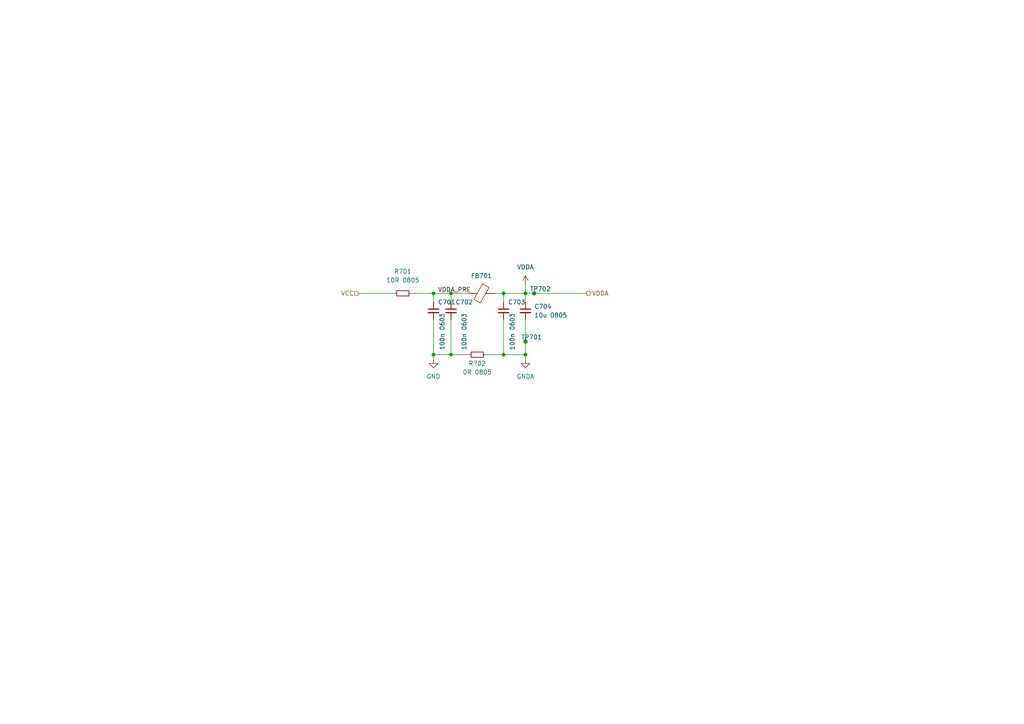
<source format=kicad_sch>
(kicad_sch (version 20211123) (generator eeschema)
  (paper "A4")
  (lib_symbols
    (symbol "Connector:TestPoint_Small" (pin_numbers hide) (pin_names (offset 0.762) hide)
      (property "Reference" "TP" (at 0 3.81 0))
      (property "Value" "TestPoint_Small" (at 0 2.032 0))
      (symbol "TestPoint_Small_0_1"
        (circle (center 0 0) (radius 0.508))
      )
      (symbol "TestPoint_Small_1_1"
        (pin passive line (at 0 0 90) (length 0) (name "1") (number "1"))
      )
    )
    (symbol "Device:C_Small" (pin_numbers hide) (pin_names (offset 0.254) hide)
      (property "Reference" "C" (at 0.254 1.778 0))
      (property "Value" "C_Small" (at 0.254 -2.032 0))
      (symbol "C_Small_0_1"
        (polyline (pts (xy -1.524 -0.508) (xy 1.524 -0.508)) (stroke (width 0.3302)))
        (polyline (pts (xy -1.524 0.508) (xy 1.524 0.508)) (stroke (width 0.3048)))
      )
      (symbol "C_Small_1_1"
        (pin passive line (at 0 2.54 270) (length 2.032) (name "~") (number "1"))
        (pin passive line (at 0 -2.54 90) (length 2.032) (name "~") (number "2"))
      )
    )
    (symbol "Device:FerriteBead" (pin_numbers hide) (pin_names (offset 0))
      (property "Reference" "FB" (at -3.81 0.635 90))
      (property "Value" "FerriteBead" (at 3.81 0 90))
      (symbol "FerriteBead_0_1"
        (polyline (pts (xy 0 -1.27) (xy 0 -1.2192)))
        (polyline (pts (xy 0 1.27) (xy 0 1.2954)))
        (polyline (pts (xy -2.7686 0.4064) (xy -1.7018 2.2606) (xy 2.7686 -0.3048) (xy 1.6764 -2.159) (xy -2.7686 0.4064)))
      )
      (symbol "FerriteBead_1_1"
        (pin passive line (at 0 3.81 270) (length 2.54) (name "~") (number "1"))
        (pin passive line (at 0 -3.81 90) (length 2.54) (name "~") (number "2"))
      )
    )
    (symbol "Device:R_Small" (pin_numbers hide) (pin_names (offset 0.254) hide)
      (property "Reference" "R" (at 0.762 0.508 0))
      (property "Value" "R_Small" (at 0.762 -1.016 0))
      (symbol "R_Small_0_1"
        (rectangle (start -0.762 1.778) (end 0.762 -1.778) (stroke (width 0.2032)))
      )
      (symbol "R_Small_1_1"
        (pin passive line (at 0 2.54 270) (length 0.762) (name "~") (number "1"))
        (pin passive line (at 0 -2.54 90) (length 0.762) (name "~") (number "2"))
      )
    )
    (symbol "power:GND" (power) (pin_names (offset 0))
      (property "Value" "GND" (at 0 -3.81 0))
      (symbol "GND_0_1"
        (polyline (pts (xy 0 0) (xy 0 -1.27) (xy 1.27 -1.27) (xy 0 -2.54) (xy -1.27 -1.27) (xy 0 -1.27)))
      )
      (symbol "GND_1_1"
        (pin power_in line (at 0 0 270) (length 0) hide (name "GND") (number "1"))
      )
    )
    (symbol "power:GNDA" (power) (pin_names (offset 0))
      (property "Value" "GNDA" (at 0 -3.81 0))
      (symbol "GNDA_0_1"
        (polyline (pts (xy 0 0) (xy 0 -1.27) (xy 1.27 -1.27) (xy 0 -2.54) (xy -1.27 -1.27) (xy 0 -1.27)))
      )
      (symbol "GNDA_1_1"
        (pin power_in line (at 0 0 270) (length 0) hide (name "GNDA") (number "1"))
      )
    )
    (symbol "power:VDDA" (power) (pin_names (offset 0))
      (property "Value" "VDDA" (at 0 3.81 0))
      (symbol "VDDA_0_1"
        (polyline (pts (xy -0.762 1.27) (xy 0 2.54)))
        (polyline (pts (xy 0 0) (xy 0 2.54)))
        (polyline (pts (xy 0 2.54) (xy 0.762 1.27)))
      )
      (symbol "VDDA_1_1"
        (pin power_in line (at 0 0 90) (length 0) hide (name "VDDA") (number "1"))
      )
    )
  )
  (junction (at 146.05 102.87))
  (junction (at 130.81 85.09))
  (junction (at 125.73 102.87))
  (junction (at 154.94 85.09))
  (junction (at 152.4 102.87))
  (junction (at 152.4 85.09))
  (junction (at 125.73 85.09))
  (junction (at 146.05 85.09))
  (junction (at 152.4 99.06))
  (junction (at 130.81 102.87))
  (wire (pts (xy 152.4 85.09) (xy 154.94 85.09)))
  (wire (pts (xy 130.81 102.87) (xy 125.73 102.87)))
  (wire (pts (xy 125.73 102.87) (xy 125.73 104.14)))
  (wire (pts (xy 152.4 102.87) (xy 152.4 104.14)))
  (wire (pts (xy 152.4 92.71) (xy 152.4 99.06)))
  (wire (pts (xy 143.51 85.09) (xy 146.05 85.09)))
  (wire (pts (xy 146.05 85.09) (xy 152.4 85.09)))
  (wire (pts (xy 146.05 85.09) (xy 146.05 87.63)))
  (wire (pts (xy 152.4 82.55) (xy 152.4 85.09)))
  (wire (pts (xy 125.73 85.09) (xy 130.81 85.09)))
  (wire (pts (xy 130.81 102.87) (xy 135.89 102.87)))
  (wire (pts (xy 125.73 85.09) (xy 125.73 87.63)))
  (wire (pts (xy 152.4 99.06) (xy 152.4 102.87)))
  (wire (pts (xy 130.81 92.71) (xy 130.81 102.87)))
  (wire (pts (xy 146.05 102.87) (xy 152.4 102.87)))
  (wire (pts (xy 154.94 85.09) (xy 170.18 85.09)))
  (wire (pts (xy 140.97 102.87) (xy 146.05 102.87)))
  (wire (pts (xy 119.38 85.09) (xy 125.73 85.09)))
  (wire (pts (xy 130.81 87.63) (xy 130.81 85.09)))
  (wire (pts (xy 152.4 87.63) (xy 152.4 85.09)))
  (wire (pts (xy 104.14 85.09) (xy 114.3 85.09)))
  (wire (pts (xy 146.05 92.71) (xy 146.05 102.87)))
  (wire (pts (xy 125.73 92.71) (xy 125.73 102.87)))
  (wire (pts (xy 130.81 85.09) (xy 135.89 85.09)))
  (label "VDDA_PRE" (at 127 85.09 0))
  (hierarchical_label "VDDA" (shape output) (at 170.18 85.09 0))
  (hierarchical_label "VCC" (shape input) (at 104.14 85.09 180))
  (symbol (lib_id "Device:C_Small") (at 125.73 90.17 0) (unit 1)
    (property "Reference" "C701" (at 127 87.63 0) (effects (justify left)))
    (property "Value" "100n 0603" (at 128.27 101.6 90) (effects (justify left)))
    (property "Footprint" "Capacitor_SMD:C_0201_0603Metric" (effects hide))
    (property "JLC_REF" "C14663" (effects hide))
    (property "JLC_PRICE" "0.0021" (effects hide))
  )
  (symbol (lib_id "Device:C_Small") (at 146.05 90.17 0) (unit 1)
    (property "Reference" "C703" (at 147.32 87.63 0) (effects (justify left)))
    (property "Value" "100n 0603" (at 148.59 101.6 90) (effects (justify left)))
    (property "Footprint" "Capacitor_SMD:C_0201_0603Metric" (effects hide))
    (property "JLC_REF" "C14663" (effects hide))
    (property "JLC_PRICE" "0.0021" (effects hide))
  )
  (symbol (lib_id "power:GND") (at 125.73 104.14 0) (unit 1)
    (property "Reference" "#PWR0701" (effects hide))
    (property "Value" "GND" (at 125.73 109.22 0))
  )
  (symbol (lib_id "Device:R_Small") (at 138.43 102.87 270) (unit 1)
    (property "Reference" "R702" (at 138.43 105.41 90))
    (property "Value" "0R 0805" (at 138.43 107.95 90))
    (property "Footprint" "Resistor_SMD:R_0805_2012Metric" (effects hide))
    (property "JLC_REF" "C17477" (effects hide))
    (property "JLC_PRICE" "0.0022" (effects hide))
  )
  (symbol (lib_id "Device:C_Small") (at 152.4 90.17 0) (unit 1)
    (property "Reference" "C704" (at 154.94 88.9062 0) (effects (justify left)))
    (property "Value" "10u 0805" (at 154.94 91.4462 0) (effects (justify left)))
    (property "Footprint" "Capacitor_SMD:C_0805_2012Metric" (effects hide))
    (property "JLC_REF" "C15850" (effects hide))
    (property "JLC_PRICE" "0.01" (effects hide))
  )
  (symbol (lib_id "power:GNDA") (at 152.4 104.14 0) (unit 1)
    (property "Reference" "#PWR0703" (effects hide))
    (property "Value" "GNDA" (at 152.4 109.22 0))
  )
  (symbol (lib_id "Connector:TestPoint_Small") (at 152.4 99.06 0) (unit 1)
    (property "Reference" "TP701" (at 151.13 97.79 0) (effects (justify left)))
    (property "Value" "TestPoint_Small" (effects hide))
    (property "Footprint" "TestPoint:TestPoint_Pad_D1.0mm" (effects hide))
  )
  (symbol (lib_id "power:VDDA") (at 152.4 82.55 0) (unit 1)
    (property "Reference" "#PWR0702" (effects hide))
    (property "Value" "VDDA" (at 152.4 77.47 0))
  )
  (symbol (lib_id "Device:R_Small") (at 116.84 85.09 270) (unit 1)
    (property "Reference" "R701" (at 116.84 78.74 90))
    (property "Value" "10R 0805" (at 116.84 81.28 90))
    (property "Footprint" "Resistor_SMD:R_0805_2012Metric" (effects hide))
    (property "JLC_REF" "C17415" (effects hide))
    (property "JLC_PRICE" "0.0017" (effects hide))
  )
  (symbol (lib_id "Connector:TestPoint_Small") (at 154.94 85.09 0) (unit 1)
    (property "Reference" "TP702" (at 153.67 83.82 0) (effects (justify left)))
    (property "Value" "TestPoint_Small" (effects hide))
    (property "Footprint" "TestPoint:TestPoint_Pad_D1.0mm" (effects hide))
  )
  (symbol (lib_id "Device:FerriteBead") (at 139.7 85.09 90) (unit 1)
    (property "Reference" "FB701" (at 139.6492 80.01 90))
    (property "Value" "600R@100MHz 0805" (effects hide))
    (property "Footprint" "Resistor_SMD:R_0805_2012Metric" (effects hide))
    (property "JLC_REF" "C1017" (effects hide))
    (property "JLC_PRICE" "0.0087" (effects hide))
  )
  (symbol (lib_id "Device:C_Small") (at 130.81 90.17 0) (unit 1)
    (property "Reference" "C702" (at 132.08 87.63 0) (effects (justify left)))
    (property "Value" "100n 0603" (at 134.62 101.6 90) (effects (justify left)))
    (property "Footprint" "Capacitor_SMD:C_0201_0603Metric" (effects hide))
    (property "JLC_REF" "C14663" (effects hide))
    (property "JLC_PRICE" "0.0021" (effects hide))
  )
)
</source>
